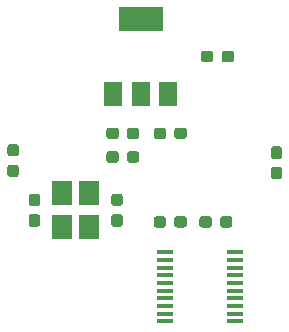
<source format=gbr>
G04 #@! TF.GenerationSoftware,KiCad,Pcbnew,5.1.2-1.fc30*
G04 #@! TF.CreationDate,2019-06-09T13:39:02+09:00*
G04 #@! TF.ProjectId,driver,64726976-6572-42e6-9b69-6361645f7063,rev?*
G04 #@! TF.SameCoordinates,Original*
G04 #@! TF.FileFunction,Paste,Top*
G04 #@! TF.FilePolarity,Positive*
%FSLAX46Y46*%
G04 Gerber Fmt 4.6, Leading zero omitted, Abs format (unit mm)*
G04 Created by KiCad (PCBNEW 5.1.2-1.fc30) date 2019-06-09 13:39:02*
%MOMM*%
%LPD*%
G04 APERTURE LIST*
%ADD10C,0.100000*%
%ADD11C,0.950000*%
%ADD12R,1.800000X2.100000*%
%ADD13R,1.450000X0.450000*%
%ADD14R,1.500000X2.000000*%
%ADD15R,3.800000X2.000000*%
G04 APERTURE END LIST*
D10*
G36*
X156760779Y-69351144D02*
G01*
X156783834Y-69354563D01*
X156806443Y-69360227D01*
X156828387Y-69368079D01*
X156849457Y-69378044D01*
X156869448Y-69390026D01*
X156888168Y-69403910D01*
X156905438Y-69419562D01*
X156921090Y-69436832D01*
X156934974Y-69455552D01*
X156946956Y-69475543D01*
X156956921Y-69496613D01*
X156964773Y-69518557D01*
X156970437Y-69541166D01*
X156973856Y-69564221D01*
X156975000Y-69587500D01*
X156975000Y-70162500D01*
X156973856Y-70185779D01*
X156970437Y-70208834D01*
X156964773Y-70231443D01*
X156956921Y-70253387D01*
X156946956Y-70274457D01*
X156934974Y-70294448D01*
X156921090Y-70313168D01*
X156905438Y-70330438D01*
X156888168Y-70346090D01*
X156869448Y-70359974D01*
X156849457Y-70371956D01*
X156828387Y-70381921D01*
X156806443Y-70389773D01*
X156783834Y-70395437D01*
X156760779Y-70398856D01*
X156737500Y-70400000D01*
X156262500Y-70400000D01*
X156239221Y-70398856D01*
X156216166Y-70395437D01*
X156193557Y-70389773D01*
X156171613Y-70381921D01*
X156150543Y-70371956D01*
X156130552Y-70359974D01*
X156111832Y-70346090D01*
X156094562Y-70330438D01*
X156078910Y-70313168D01*
X156065026Y-70294448D01*
X156053044Y-70274457D01*
X156043079Y-70253387D01*
X156035227Y-70231443D01*
X156029563Y-70208834D01*
X156026144Y-70185779D01*
X156025000Y-70162500D01*
X156025000Y-69587500D01*
X156026144Y-69564221D01*
X156029563Y-69541166D01*
X156035227Y-69518557D01*
X156043079Y-69496613D01*
X156053044Y-69475543D01*
X156065026Y-69455552D01*
X156078910Y-69436832D01*
X156094562Y-69419562D01*
X156111832Y-69403910D01*
X156130552Y-69390026D01*
X156150543Y-69378044D01*
X156171613Y-69368079D01*
X156193557Y-69360227D01*
X156216166Y-69354563D01*
X156239221Y-69351144D01*
X156262500Y-69350000D01*
X156737500Y-69350000D01*
X156760779Y-69351144D01*
X156760779Y-69351144D01*
G37*
D11*
X156500000Y-69875000D03*
D10*
G36*
X156760779Y-67601144D02*
G01*
X156783834Y-67604563D01*
X156806443Y-67610227D01*
X156828387Y-67618079D01*
X156849457Y-67628044D01*
X156869448Y-67640026D01*
X156888168Y-67653910D01*
X156905438Y-67669562D01*
X156921090Y-67686832D01*
X156934974Y-67705552D01*
X156946956Y-67725543D01*
X156956921Y-67746613D01*
X156964773Y-67768557D01*
X156970437Y-67791166D01*
X156973856Y-67814221D01*
X156975000Y-67837500D01*
X156975000Y-68412500D01*
X156973856Y-68435779D01*
X156970437Y-68458834D01*
X156964773Y-68481443D01*
X156956921Y-68503387D01*
X156946956Y-68524457D01*
X156934974Y-68544448D01*
X156921090Y-68563168D01*
X156905438Y-68580438D01*
X156888168Y-68596090D01*
X156869448Y-68609974D01*
X156849457Y-68621956D01*
X156828387Y-68631921D01*
X156806443Y-68639773D01*
X156783834Y-68645437D01*
X156760779Y-68648856D01*
X156737500Y-68650000D01*
X156262500Y-68650000D01*
X156239221Y-68648856D01*
X156216166Y-68645437D01*
X156193557Y-68639773D01*
X156171613Y-68631921D01*
X156150543Y-68621956D01*
X156130552Y-68609974D01*
X156111832Y-68596090D01*
X156094562Y-68580438D01*
X156078910Y-68563168D01*
X156065026Y-68544448D01*
X156053044Y-68524457D01*
X156043079Y-68503387D01*
X156035227Y-68481443D01*
X156029563Y-68458834D01*
X156026144Y-68435779D01*
X156025000Y-68412500D01*
X156025000Y-67837500D01*
X156026144Y-67814221D01*
X156029563Y-67791166D01*
X156035227Y-67768557D01*
X156043079Y-67746613D01*
X156053044Y-67725543D01*
X156065026Y-67705552D01*
X156078910Y-67686832D01*
X156094562Y-67669562D01*
X156111832Y-67653910D01*
X156130552Y-67640026D01*
X156150543Y-67628044D01*
X156171613Y-67618079D01*
X156193557Y-67610227D01*
X156216166Y-67604563D01*
X156239221Y-67601144D01*
X156262500Y-67600000D01*
X156737500Y-67600000D01*
X156760779Y-67601144D01*
X156760779Y-67601144D01*
G37*
D11*
X156500000Y-68125000D03*
D10*
G36*
X134460779Y-69151144D02*
G01*
X134483834Y-69154563D01*
X134506443Y-69160227D01*
X134528387Y-69168079D01*
X134549457Y-69178044D01*
X134569448Y-69190026D01*
X134588168Y-69203910D01*
X134605438Y-69219562D01*
X134621090Y-69236832D01*
X134634974Y-69255552D01*
X134646956Y-69275543D01*
X134656921Y-69296613D01*
X134664773Y-69318557D01*
X134670437Y-69341166D01*
X134673856Y-69364221D01*
X134675000Y-69387500D01*
X134675000Y-69962500D01*
X134673856Y-69985779D01*
X134670437Y-70008834D01*
X134664773Y-70031443D01*
X134656921Y-70053387D01*
X134646956Y-70074457D01*
X134634974Y-70094448D01*
X134621090Y-70113168D01*
X134605438Y-70130438D01*
X134588168Y-70146090D01*
X134569448Y-70159974D01*
X134549457Y-70171956D01*
X134528387Y-70181921D01*
X134506443Y-70189773D01*
X134483834Y-70195437D01*
X134460779Y-70198856D01*
X134437500Y-70200000D01*
X133962500Y-70200000D01*
X133939221Y-70198856D01*
X133916166Y-70195437D01*
X133893557Y-70189773D01*
X133871613Y-70181921D01*
X133850543Y-70171956D01*
X133830552Y-70159974D01*
X133811832Y-70146090D01*
X133794562Y-70130438D01*
X133778910Y-70113168D01*
X133765026Y-70094448D01*
X133753044Y-70074457D01*
X133743079Y-70053387D01*
X133735227Y-70031443D01*
X133729563Y-70008834D01*
X133726144Y-69985779D01*
X133725000Y-69962500D01*
X133725000Y-69387500D01*
X133726144Y-69364221D01*
X133729563Y-69341166D01*
X133735227Y-69318557D01*
X133743079Y-69296613D01*
X133753044Y-69275543D01*
X133765026Y-69255552D01*
X133778910Y-69236832D01*
X133794562Y-69219562D01*
X133811832Y-69203910D01*
X133830552Y-69190026D01*
X133850543Y-69178044D01*
X133871613Y-69168079D01*
X133893557Y-69160227D01*
X133916166Y-69154563D01*
X133939221Y-69151144D01*
X133962500Y-69150000D01*
X134437500Y-69150000D01*
X134460779Y-69151144D01*
X134460779Y-69151144D01*
G37*
D11*
X134200000Y-69675000D03*
D10*
G36*
X134460779Y-67401144D02*
G01*
X134483834Y-67404563D01*
X134506443Y-67410227D01*
X134528387Y-67418079D01*
X134549457Y-67428044D01*
X134569448Y-67440026D01*
X134588168Y-67453910D01*
X134605438Y-67469562D01*
X134621090Y-67486832D01*
X134634974Y-67505552D01*
X134646956Y-67525543D01*
X134656921Y-67546613D01*
X134664773Y-67568557D01*
X134670437Y-67591166D01*
X134673856Y-67614221D01*
X134675000Y-67637500D01*
X134675000Y-68212500D01*
X134673856Y-68235779D01*
X134670437Y-68258834D01*
X134664773Y-68281443D01*
X134656921Y-68303387D01*
X134646956Y-68324457D01*
X134634974Y-68344448D01*
X134621090Y-68363168D01*
X134605438Y-68380438D01*
X134588168Y-68396090D01*
X134569448Y-68409974D01*
X134549457Y-68421956D01*
X134528387Y-68431921D01*
X134506443Y-68439773D01*
X134483834Y-68445437D01*
X134460779Y-68448856D01*
X134437500Y-68450000D01*
X133962500Y-68450000D01*
X133939221Y-68448856D01*
X133916166Y-68445437D01*
X133893557Y-68439773D01*
X133871613Y-68431921D01*
X133850543Y-68421956D01*
X133830552Y-68409974D01*
X133811832Y-68396090D01*
X133794562Y-68380438D01*
X133778910Y-68363168D01*
X133765026Y-68344448D01*
X133753044Y-68324457D01*
X133743079Y-68303387D01*
X133735227Y-68281443D01*
X133729563Y-68258834D01*
X133726144Y-68235779D01*
X133725000Y-68212500D01*
X133725000Y-67637500D01*
X133726144Y-67614221D01*
X133729563Y-67591166D01*
X133735227Y-67568557D01*
X133743079Y-67546613D01*
X133753044Y-67525543D01*
X133765026Y-67505552D01*
X133778910Y-67486832D01*
X133794562Y-67469562D01*
X133811832Y-67453910D01*
X133830552Y-67440026D01*
X133850543Y-67428044D01*
X133871613Y-67418079D01*
X133893557Y-67410227D01*
X133916166Y-67404563D01*
X133939221Y-67401144D01*
X133962500Y-67400000D01*
X134437500Y-67400000D01*
X134460779Y-67401144D01*
X134460779Y-67401144D01*
G37*
D11*
X134200000Y-67925000D03*
D12*
X138350000Y-74450000D03*
X138350000Y-71550000D03*
X140650000Y-71550000D03*
X140650000Y-74450000D03*
D13*
X152950000Y-76575000D03*
X152950000Y-77225000D03*
X152950000Y-77875000D03*
X152950000Y-78525000D03*
X152950000Y-79175000D03*
X152950000Y-79825000D03*
X152950000Y-80475000D03*
X152950000Y-81125000D03*
X152950000Y-81775000D03*
X152950000Y-82425000D03*
X147050000Y-82425000D03*
X147050000Y-81775000D03*
X147050000Y-81125000D03*
X147050000Y-80475000D03*
X147050000Y-79825000D03*
X147050000Y-79175000D03*
X147050000Y-78525000D03*
X147050000Y-77875000D03*
X147050000Y-77225000D03*
X147050000Y-76575000D03*
D14*
X142700000Y-63150000D03*
X147300000Y-63150000D03*
X145000000Y-63150000D03*
D15*
X145000000Y-56850000D03*
D10*
G36*
X148685779Y-73526144D02*
G01*
X148708834Y-73529563D01*
X148731443Y-73535227D01*
X148753387Y-73543079D01*
X148774457Y-73553044D01*
X148794448Y-73565026D01*
X148813168Y-73578910D01*
X148830438Y-73594562D01*
X148846090Y-73611832D01*
X148859974Y-73630552D01*
X148871956Y-73650543D01*
X148881921Y-73671613D01*
X148889773Y-73693557D01*
X148895437Y-73716166D01*
X148898856Y-73739221D01*
X148900000Y-73762500D01*
X148900000Y-74237500D01*
X148898856Y-74260779D01*
X148895437Y-74283834D01*
X148889773Y-74306443D01*
X148881921Y-74328387D01*
X148871956Y-74349457D01*
X148859974Y-74369448D01*
X148846090Y-74388168D01*
X148830438Y-74405438D01*
X148813168Y-74421090D01*
X148794448Y-74434974D01*
X148774457Y-74446956D01*
X148753387Y-74456921D01*
X148731443Y-74464773D01*
X148708834Y-74470437D01*
X148685779Y-74473856D01*
X148662500Y-74475000D01*
X148087500Y-74475000D01*
X148064221Y-74473856D01*
X148041166Y-74470437D01*
X148018557Y-74464773D01*
X147996613Y-74456921D01*
X147975543Y-74446956D01*
X147955552Y-74434974D01*
X147936832Y-74421090D01*
X147919562Y-74405438D01*
X147903910Y-74388168D01*
X147890026Y-74369448D01*
X147878044Y-74349457D01*
X147868079Y-74328387D01*
X147860227Y-74306443D01*
X147854563Y-74283834D01*
X147851144Y-74260779D01*
X147850000Y-74237500D01*
X147850000Y-73762500D01*
X147851144Y-73739221D01*
X147854563Y-73716166D01*
X147860227Y-73693557D01*
X147868079Y-73671613D01*
X147878044Y-73650543D01*
X147890026Y-73630552D01*
X147903910Y-73611832D01*
X147919562Y-73594562D01*
X147936832Y-73578910D01*
X147955552Y-73565026D01*
X147975543Y-73553044D01*
X147996613Y-73543079D01*
X148018557Y-73535227D01*
X148041166Y-73529563D01*
X148064221Y-73526144D01*
X148087500Y-73525000D01*
X148662500Y-73525000D01*
X148685779Y-73526144D01*
X148685779Y-73526144D01*
G37*
D11*
X148375000Y-74000000D03*
D10*
G36*
X146935779Y-73526144D02*
G01*
X146958834Y-73529563D01*
X146981443Y-73535227D01*
X147003387Y-73543079D01*
X147024457Y-73553044D01*
X147044448Y-73565026D01*
X147063168Y-73578910D01*
X147080438Y-73594562D01*
X147096090Y-73611832D01*
X147109974Y-73630552D01*
X147121956Y-73650543D01*
X147131921Y-73671613D01*
X147139773Y-73693557D01*
X147145437Y-73716166D01*
X147148856Y-73739221D01*
X147150000Y-73762500D01*
X147150000Y-74237500D01*
X147148856Y-74260779D01*
X147145437Y-74283834D01*
X147139773Y-74306443D01*
X147131921Y-74328387D01*
X147121956Y-74349457D01*
X147109974Y-74369448D01*
X147096090Y-74388168D01*
X147080438Y-74405438D01*
X147063168Y-74421090D01*
X147044448Y-74434974D01*
X147024457Y-74446956D01*
X147003387Y-74456921D01*
X146981443Y-74464773D01*
X146958834Y-74470437D01*
X146935779Y-74473856D01*
X146912500Y-74475000D01*
X146337500Y-74475000D01*
X146314221Y-74473856D01*
X146291166Y-74470437D01*
X146268557Y-74464773D01*
X146246613Y-74456921D01*
X146225543Y-74446956D01*
X146205552Y-74434974D01*
X146186832Y-74421090D01*
X146169562Y-74405438D01*
X146153910Y-74388168D01*
X146140026Y-74369448D01*
X146128044Y-74349457D01*
X146118079Y-74328387D01*
X146110227Y-74306443D01*
X146104563Y-74283834D01*
X146101144Y-74260779D01*
X146100000Y-74237500D01*
X146100000Y-73762500D01*
X146101144Y-73739221D01*
X146104563Y-73716166D01*
X146110227Y-73693557D01*
X146118079Y-73671613D01*
X146128044Y-73650543D01*
X146140026Y-73630552D01*
X146153910Y-73611832D01*
X146169562Y-73594562D01*
X146186832Y-73578910D01*
X146205552Y-73565026D01*
X146225543Y-73553044D01*
X146246613Y-73543079D01*
X146268557Y-73535227D01*
X146291166Y-73529563D01*
X146314221Y-73526144D01*
X146337500Y-73525000D01*
X146912500Y-73525000D01*
X146935779Y-73526144D01*
X146935779Y-73526144D01*
G37*
D11*
X146625000Y-74000000D03*
D10*
G36*
X150935779Y-59526144D02*
G01*
X150958834Y-59529563D01*
X150981443Y-59535227D01*
X151003387Y-59543079D01*
X151024457Y-59553044D01*
X151044448Y-59565026D01*
X151063168Y-59578910D01*
X151080438Y-59594562D01*
X151096090Y-59611832D01*
X151109974Y-59630552D01*
X151121956Y-59650543D01*
X151131921Y-59671613D01*
X151139773Y-59693557D01*
X151145437Y-59716166D01*
X151148856Y-59739221D01*
X151150000Y-59762500D01*
X151150000Y-60237500D01*
X151148856Y-60260779D01*
X151145437Y-60283834D01*
X151139773Y-60306443D01*
X151131921Y-60328387D01*
X151121956Y-60349457D01*
X151109974Y-60369448D01*
X151096090Y-60388168D01*
X151080438Y-60405438D01*
X151063168Y-60421090D01*
X151044448Y-60434974D01*
X151024457Y-60446956D01*
X151003387Y-60456921D01*
X150981443Y-60464773D01*
X150958834Y-60470437D01*
X150935779Y-60473856D01*
X150912500Y-60475000D01*
X150337500Y-60475000D01*
X150314221Y-60473856D01*
X150291166Y-60470437D01*
X150268557Y-60464773D01*
X150246613Y-60456921D01*
X150225543Y-60446956D01*
X150205552Y-60434974D01*
X150186832Y-60421090D01*
X150169562Y-60405438D01*
X150153910Y-60388168D01*
X150140026Y-60369448D01*
X150128044Y-60349457D01*
X150118079Y-60328387D01*
X150110227Y-60306443D01*
X150104563Y-60283834D01*
X150101144Y-60260779D01*
X150100000Y-60237500D01*
X150100000Y-59762500D01*
X150101144Y-59739221D01*
X150104563Y-59716166D01*
X150110227Y-59693557D01*
X150118079Y-59671613D01*
X150128044Y-59650543D01*
X150140026Y-59630552D01*
X150153910Y-59611832D01*
X150169562Y-59594562D01*
X150186832Y-59578910D01*
X150205552Y-59565026D01*
X150225543Y-59553044D01*
X150246613Y-59543079D01*
X150268557Y-59535227D01*
X150291166Y-59529563D01*
X150314221Y-59526144D01*
X150337500Y-59525000D01*
X150912500Y-59525000D01*
X150935779Y-59526144D01*
X150935779Y-59526144D01*
G37*
D11*
X150625000Y-60000000D03*
D10*
G36*
X152685779Y-59526144D02*
G01*
X152708834Y-59529563D01*
X152731443Y-59535227D01*
X152753387Y-59543079D01*
X152774457Y-59553044D01*
X152794448Y-59565026D01*
X152813168Y-59578910D01*
X152830438Y-59594562D01*
X152846090Y-59611832D01*
X152859974Y-59630552D01*
X152871956Y-59650543D01*
X152881921Y-59671613D01*
X152889773Y-59693557D01*
X152895437Y-59716166D01*
X152898856Y-59739221D01*
X152900000Y-59762500D01*
X152900000Y-60237500D01*
X152898856Y-60260779D01*
X152895437Y-60283834D01*
X152889773Y-60306443D01*
X152881921Y-60328387D01*
X152871956Y-60349457D01*
X152859974Y-60369448D01*
X152846090Y-60388168D01*
X152830438Y-60405438D01*
X152813168Y-60421090D01*
X152794448Y-60434974D01*
X152774457Y-60446956D01*
X152753387Y-60456921D01*
X152731443Y-60464773D01*
X152708834Y-60470437D01*
X152685779Y-60473856D01*
X152662500Y-60475000D01*
X152087500Y-60475000D01*
X152064221Y-60473856D01*
X152041166Y-60470437D01*
X152018557Y-60464773D01*
X151996613Y-60456921D01*
X151975543Y-60446956D01*
X151955552Y-60434974D01*
X151936832Y-60421090D01*
X151919562Y-60405438D01*
X151903910Y-60388168D01*
X151890026Y-60369448D01*
X151878044Y-60349457D01*
X151868079Y-60328387D01*
X151860227Y-60306443D01*
X151854563Y-60283834D01*
X151851144Y-60260779D01*
X151850000Y-60237500D01*
X151850000Y-59762500D01*
X151851144Y-59739221D01*
X151854563Y-59716166D01*
X151860227Y-59693557D01*
X151868079Y-59671613D01*
X151878044Y-59650543D01*
X151890026Y-59630552D01*
X151903910Y-59611832D01*
X151919562Y-59594562D01*
X151936832Y-59578910D01*
X151955552Y-59565026D01*
X151975543Y-59553044D01*
X151996613Y-59543079D01*
X152018557Y-59535227D01*
X152041166Y-59529563D01*
X152064221Y-59526144D01*
X152087500Y-59525000D01*
X152662500Y-59525000D01*
X152685779Y-59526144D01*
X152685779Y-59526144D01*
G37*
D11*
X152375000Y-60000000D03*
D10*
G36*
X143260779Y-71601144D02*
G01*
X143283834Y-71604563D01*
X143306443Y-71610227D01*
X143328387Y-71618079D01*
X143349457Y-71628044D01*
X143369448Y-71640026D01*
X143388168Y-71653910D01*
X143405438Y-71669562D01*
X143421090Y-71686832D01*
X143434974Y-71705552D01*
X143446956Y-71725543D01*
X143456921Y-71746613D01*
X143464773Y-71768557D01*
X143470437Y-71791166D01*
X143473856Y-71814221D01*
X143475000Y-71837500D01*
X143475000Y-72412500D01*
X143473856Y-72435779D01*
X143470437Y-72458834D01*
X143464773Y-72481443D01*
X143456921Y-72503387D01*
X143446956Y-72524457D01*
X143434974Y-72544448D01*
X143421090Y-72563168D01*
X143405438Y-72580438D01*
X143388168Y-72596090D01*
X143369448Y-72609974D01*
X143349457Y-72621956D01*
X143328387Y-72631921D01*
X143306443Y-72639773D01*
X143283834Y-72645437D01*
X143260779Y-72648856D01*
X143237500Y-72650000D01*
X142762500Y-72650000D01*
X142739221Y-72648856D01*
X142716166Y-72645437D01*
X142693557Y-72639773D01*
X142671613Y-72631921D01*
X142650543Y-72621956D01*
X142630552Y-72609974D01*
X142611832Y-72596090D01*
X142594562Y-72580438D01*
X142578910Y-72563168D01*
X142565026Y-72544448D01*
X142553044Y-72524457D01*
X142543079Y-72503387D01*
X142535227Y-72481443D01*
X142529563Y-72458834D01*
X142526144Y-72435779D01*
X142525000Y-72412500D01*
X142525000Y-71837500D01*
X142526144Y-71814221D01*
X142529563Y-71791166D01*
X142535227Y-71768557D01*
X142543079Y-71746613D01*
X142553044Y-71725543D01*
X142565026Y-71705552D01*
X142578910Y-71686832D01*
X142594562Y-71669562D01*
X142611832Y-71653910D01*
X142630552Y-71640026D01*
X142650543Y-71628044D01*
X142671613Y-71618079D01*
X142693557Y-71610227D01*
X142716166Y-71604563D01*
X142739221Y-71601144D01*
X142762500Y-71600000D01*
X143237500Y-71600000D01*
X143260779Y-71601144D01*
X143260779Y-71601144D01*
G37*
D11*
X143000000Y-72125000D03*
D10*
G36*
X143260779Y-73351144D02*
G01*
X143283834Y-73354563D01*
X143306443Y-73360227D01*
X143328387Y-73368079D01*
X143349457Y-73378044D01*
X143369448Y-73390026D01*
X143388168Y-73403910D01*
X143405438Y-73419562D01*
X143421090Y-73436832D01*
X143434974Y-73455552D01*
X143446956Y-73475543D01*
X143456921Y-73496613D01*
X143464773Y-73518557D01*
X143470437Y-73541166D01*
X143473856Y-73564221D01*
X143475000Y-73587500D01*
X143475000Y-74162500D01*
X143473856Y-74185779D01*
X143470437Y-74208834D01*
X143464773Y-74231443D01*
X143456921Y-74253387D01*
X143446956Y-74274457D01*
X143434974Y-74294448D01*
X143421090Y-74313168D01*
X143405438Y-74330438D01*
X143388168Y-74346090D01*
X143369448Y-74359974D01*
X143349457Y-74371956D01*
X143328387Y-74381921D01*
X143306443Y-74389773D01*
X143283834Y-74395437D01*
X143260779Y-74398856D01*
X143237500Y-74400000D01*
X142762500Y-74400000D01*
X142739221Y-74398856D01*
X142716166Y-74395437D01*
X142693557Y-74389773D01*
X142671613Y-74381921D01*
X142650543Y-74371956D01*
X142630552Y-74359974D01*
X142611832Y-74346090D01*
X142594562Y-74330438D01*
X142578910Y-74313168D01*
X142565026Y-74294448D01*
X142553044Y-74274457D01*
X142543079Y-74253387D01*
X142535227Y-74231443D01*
X142529563Y-74208834D01*
X142526144Y-74185779D01*
X142525000Y-74162500D01*
X142525000Y-73587500D01*
X142526144Y-73564221D01*
X142529563Y-73541166D01*
X142535227Y-73518557D01*
X142543079Y-73496613D01*
X142553044Y-73475543D01*
X142565026Y-73455552D01*
X142578910Y-73436832D01*
X142594562Y-73419562D01*
X142611832Y-73403910D01*
X142630552Y-73390026D01*
X142650543Y-73378044D01*
X142671613Y-73368079D01*
X142693557Y-73360227D01*
X142716166Y-73354563D01*
X142739221Y-73351144D01*
X142762500Y-73350000D01*
X143237500Y-73350000D01*
X143260779Y-73351144D01*
X143260779Y-73351144D01*
G37*
D11*
X143000000Y-73875000D03*
D10*
G36*
X136260779Y-71601144D02*
G01*
X136283834Y-71604563D01*
X136306443Y-71610227D01*
X136328387Y-71618079D01*
X136349457Y-71628044D01*
X136369448Y-71640026D01*
X136388168Y-71653910D01*
X136405438Y-71669562D01*
X136421090Y-71686832D01*
X136434974Y-71705552D01*
X136446956Y-71725543D01*
X136456921Y-71746613D01*
X136464773Y-71768557D01*
X136470437Y-71791166D01*
X136473856Y-71814221D01*
X136475000Y-71837500D01*
X136475000Y-72412500D01*
X136473856Y-72435779D01*
X136470437Y-72458834D01*
X136464773Y-72481443D01*
X136456921Y-72503387D01*
X136446956Y-72524457D01*
X136434974Y-72544448D01*
X136421090Y-72563168D01*
X136405438Y-72580438D01*
X136388168Y-72596090D01*
X136369448Y-72609974D01*
X136349457Y-72621956D01*
X136328387Y-72631921D01*
X136306443Y-72639773D01*
X136283834Y-72645437D01*
X136260779Y-72648856D01*
X136237500Y-72650000D01*
X135762500Y-72650000D01*
X135739221Y-72648856D01*
X135716166Y-72645437D01*
X135693557Y-72639773D01*
X135671613Y-72631921D01*
X135650543Y-72621956D01*
X135630552Y-72609974D01*
X135611832Y-72596090D01*
X135594562Y-72580438D01*
X135578910Y-72563168D01*
X135565026Y-72544448D01*
X135553044Y-72524457D01*
X135543079Y-72503387D01*
X135535227Y-72481443D01*
X135529563Y-72458834D01*
X135526144Y-72435779D01*
X135525000Y-72412500D01*
X135525000Y-71837500D01*
X135526144Y-71814221D01*
X135529563Y-71791166D01*
X135535227Y-71768557D01*
X135543079Y-71746613D01*
X135553044Y-71725543D01*
X135565026Y-71705552D01*
X135578910Y-71686832D01*
X135594562Y-71669562D01*
X135611832Y-71653910D01*
X135630552Y-71640026D01*
X135650543Y-71628044D01*
X135671613Y-71618079D01*
X135693557Y-71610227D01*
X135716166Y-71604563D01*
X135739221Y-71601144D01*
X135762500Y-71600000D01*
X136237500Y-71600000D01*
X136260779Y-71601144D01*
X136260779Y-71601144D01*
G37*
D11*
X136000000Y-72125000D03*
D10*
G36*
X136260779Y-73351144D02*
G01*
X136283834Y-73354563D01*
X136306443Y-73360227D01*
X136328387Y-73368079D01*
X136349457Y-73378044D01*
X136369448Y-73390026D01*
X136388168Y-73403910D01*
X136405438Y-73419562D01*
X136421090Y-73436832D01*
X136434974Y-73455552D01*
X136446956Y-73475543D01*
X136456921Y-73496613D01*
X136464773Y-73518557D01*
X136470437Y-73541166D01*
X136473856Y-73564221D01*
X136475000Y-73587500D01*
X136475000Y-74162500D01*
X136473856Y-74185779D01*
X136470437Y-74208834D01*
X136464773Y-74231443D01*
X136456921Y-74253387D01*
X136446956Y-74274457D01*
X136434974Y-74294448D01*
X136421090Y-74313168D01*
X136405438Y-74330438D01*
X136388168Y-74346090D01*
X136369448Y-74359974D01*
X136349457Y-74371956D01*
X136328387Y-74381921D01*
X136306443Y-74389773D01*
X136283834Y-74395437D01*
X136260779Y-74398856D01*
X136237500Y-74400000D01*
X135762500Y-74400000D01*
X135739221Y-74398856D01*
X135716166Y-74395437D01*
X135693557Y-74389773D01*
X135671613Y-74381921D01*
X135650543Y-74371956D01*
X135630552Y-74359974D01*
X135611832Y-74346090D01*
X135594562Y-74330438D01*
X135578910Y-74313168D01*
X135565026Y-74294448D01*
X135553044Y-74274457D01*
X135543079Y-74253387D01*
X135535227Y-74231443D01*
X135529563Y-74208834D01*
X135526144Y-74185779D01*
X135525000Y-74162500D01*
X135525000Y-73587500D01*
X135526144Y-73564221D01*
X135529563Y-73541166D01*
X135535227Y-73518557D01*
X135543079Y-73496613D01*
X135553044Y-73475543D01*
X135565026Y-73455552D01*
X135578910Y-73436832D01*
X135594562Y-73419562D01*
X135611832Y-73403910D01*
X135630552Y-73390026D01*
X135650543Y-73378044D01*
X135671613Y-73368079D01*
X135693557Y-73360227D01*
X135716166Y-73354563D01*
X135739221Y-73351144D01*
X135762500Y-73350000D01*
X136237500Y-73350000D01*
X136260779Y-73351144D01*
X136260779Y-73351144D01*
G37*
D11*
X136000000Y-73875000D03*
D10*
G36*
X142935779Y-66026144D02*
G01*
X142958834Y-66029563D01*
X142981443Y-66035227D01*
X143003387Y-66043079D01*
X143024457Y-66053044D01*
X143044448Y-66065026D01*
X143063168Y-66078910D01*
X143080438Y-66094562D01*
X143096090Y-66111832D01*
X143109974Y-66130552D01*
X143121956Y-66150543D01*
X143131921Y-66171613D01*
X143139773Y-66193557D01*
X143145437Y-66216166D01*
X143148856Y-66239221D01*
X143150000Y-66262500D01*
X143150000Y-66737500D01*
X143148856Y-66760779D01*
X143145437Y-66783834D01*
X143139773Y-66806443D01*
X143131921Y-66828387D01*
X143121956Y-66849457D01*
X143109974Y-66869448D01*
X143096090Y-66888168D01*
X143080438Y-66905438D01*
X143063168Y-66921090D01*
X143044448Y-66934974D01*
X143024457Y-66946956D01*
X143003387Y-66956921D01*
X142981443Y-66964773D01*
X142958834Y-66970437D01*
X142935779Y-66973856D01*
X142912500Y-66975000D01*
X142337500Y-66975000D01*
X142314221Y-66973856D01*
X142291166Y-66970437D01*
X142268557Y-66964773D01*
X142246613Y-66956921D01*
X142225543Y-66946956D01*
X142205552Y-66934974D01*
X142186832Y-66921090D01*
X142169562Y-66905438D01*
X142153910Y-66888168D01*
X142140026Y-66869448D01*
X142128044Y-66849457D01*
X142118079Y-66828387D01*
X142110227Y-66806443D01*
X142104563Y-66783834D01*
X142101144Y-66760779D01*
X142100000Y-66737500D01*
X142100000Y-66262500D01*
X142101144Y-66239221D01*
X142104563Y-66216166D01*
X142110227Y-66193557D01*
X142118079Y-66171613D01*
X142128044Y-66150543D01*
X142140026Y-66130552D01*
X142153910Y-66111832D01*
X142169562Y-66094562D01*
X142186832Y-66078910D01*
X142205552Y-66065026D01*
X142225543Y-66053044D01*
X142246613Y-66043079D01*
X142268557Y-66035227D01*
X142291166Y-66029563D01*
X142314221Y-66026144D01*
X142337500Y-66025000D01*
X142912500Y-66025000D01*
X142935779Y-66026144D01*
X142935779Y-66026144D01*
G37*
D11*
X142625000Y-66500000D03*
D10*
G36*
X144685779Y-66026144D02*
G01*
X144708834Y-66029563D01*
X144731443Y-66035227D01*
X144753387Y-66043079D01*
X144774457Y-66053044D01*
X144794448Y-66065026D01*
X144813168Y-66078910D01*
X144830438Y-66094562D01*
X144846090Y-66111832D01*
X144859974Y-66130552D01*
X144871956Y-66150543D01*
X144881921Y-66171613D01*
X144889773Y-66193557D01*
X144895437Y-66216166D01*
X144898856Y-66239221D01*
X144900000Y-66262500D01*
X144900000Y-66737500D01*
X144898856Y-66760779D01*
X144895437Y-66783834D01*
X144889773Y-66806443D01*
X144881921Y-66828387D01*
X144871956Y-66849457D01*
X144859974Y-66869448D01*
X144846090Y-66888168D01*
X144830438Y-66905438D01*
X144813168Y-66921090D01*
X144794448Y-66934974D01*
X144774457Y-66946956D01*
X144753387Y-66956921D01*
X144731443Y-66964773D01*
X144708834Y-66970437D01*
X144685779Y-66973856D01*
X144662500Y-66975000D01*
X144087500Y-66975000D01*
X144064221Y-66973856D01*
X144041166Y-66970437D01*
X144018557Y-66964773D01*
X143996613Y-66956921D01*
X143975543Y-66946956D01*
X143955552Y-66934974D01*
X143936832Y-66921090D01*
X143919562Y-66905438D01*
X143903910Y-66888168D01*
X143890026Y-66869448D01*
X143878044Y-66849457D01*
X143868079Y-66828387D01*
X143860227Y-66806443D01*
X143854563Y-66783834D01*
X143851144Y-66760779D01*
X143850000Y-66737500D01*
X143850000Y-66262500D01*
X143851144Y-66239221D01*
X143854563Y-66216166D01*
X143860227Y-66193557D01*
X143868079Y-66171613D01*
X143878044Y-66150543D01*
X143890026Y-66130552D01*
X143903910Y-66111832D01*
X143919562Y-66094562D01*
X143936832Y-66078910D01*
X143955552Y-66065026D01*
X143975543Y-66053044D01*
X143996613Y-66043079D01*
X144018557Y-66035227D01*
X144041166Y-66029563D01*
X144064221Y-66026144D01*
X144087500Y-66025000D01*
X144662500Y-66025000D01*
X144685779Y-66026144D01*
X144685779Y-66026144D01*
G37*
D11*
X144375000Y-66500000D03*
D10*
G36*
X142935779Y-68026144D02*
G01*
X142958834Y-68029563D01*
X142981443Y-68035227D01*
X143003387Y-68043079D01*
X143024457Y-68053044D01*
X143044448Y-68065026D01*
X143063168Y-68078910D01*
X143080438Y-68094562D01*
X143096090Y-68111832D01*
X143109974Y-68130552D01*
X143121956Y-68150543D01*
X143131921Y-68171613D01*
X143139773Y-68193557D01*
X143145437Y-68216166D01*
X143148856Y-68239221D01*
X143150000Y-68262500D01*
X143150000Y-68737500D01*
X143148856Y-68760779D01*
X143145437Y-68783834D01*
X143139773Y-68806443D01*
X143131921Y-68828387D01*
X143121956Y-68849457D01*
X143109974Y-68869448D01*
X143096090Y-68888168D01*
X143080438Y-68905438D01*
X143063168Y-68921090D01*
X143044448Y-68934974D01*
X143024457Y-68946956D01*
X143003387Y-68956921D01*
X142981443Y-68964773D01*
X142958834Y-68970437D01*
X142935779Y-68973856D01*
X142912500Y-68975000D01*
X142337500Y-68975000D01*
X142314221Y-68973856D01*
X142291166Y-68970437D01*
X142268557Y-68964773D01*
X142246613Y-68956921D01*
X142225543Y-68946956D01*
X142205552Y-68934974D01*
X142186832Y-68921090D01*
X142169562Y-68905438D01*
X142153910Y-68888168D01*
X142140026Y-68869448D01*
X142128044Y-68849457D01*
X142118079Y-68828387D01*
X142110227Y-68806443D01*
X142104563Y-68783834D01*
X142101144Y-68760779D01*
X142100000Y-68737500D01*
X142100000Y-68262500D01*
X142101144Y-68239221D01*
X142104563Y-68216166D01*
X142110227Y-68193557D01*
X142118079Y-68171613D01*
X142128044Y-68150543D01*
X142140026Y-68130552D01*
X142153910Y-68111832D01*
X142169562Y-68094562D01*
X142186832Y-68078910D01*
X142205552Y-68065026D01*
X142225543Y-68053044D01*
X142246613Y-68043079D01*
X142268557Y-68035227D01*
X142291166Y-68029563D01*
X142314221Y-68026144D01*
X142337500Y-68025000D01*
X142912500Y-68025000D01*
X142935779Y-68026144D01*
X142935779Y-68026144D01*
G37*
D11*
X142625000Y-68500000D03*
D10*
G36*
X144685779Y-68026144D02*
G01*
X144708834Y-68029563D01*
X144731443Y-68035227D01*
X144753387Y-68043079D01*
X144774457Y-68053044D01*
X144794448Y-68065026D01*
X144813168Y-68078910D01*
X144830438Y-68094562D01*
X144846090Y-68111832D01*
X144859974Y-68130552D01*
X144871956Y-68150543D01*
X144881921Y-68171613D01*
X144889773Y-68193557D01*
X144895437Y-68216166D01*
X144898856Y-68239221D01*
X144900000Y-68262500D01*
X144900000Y-68737500D01*
X144898856Y-68760779D01*
X144895437Y-68783834D01*
X144889773Y-68806443D01*
X144881921Y-68828387D01*
X144871956Y-68849457D01*
X144859974Y-68869448D01*
X144846090Y-68888168D01*
X144830438Y-68905438D01*
X144813168Y-68921090D01*
X144794448Y-68934974D01*
X144774457Y-68946956D01*
X144753387Y-68956921D01*
X144731443Y-68964773D01*
X144708834Y-68970437D01*
X144685779Y-68973856D01*
X144662500Y-68975000D01*
X144087500Y-68975000D01*
X144064221Y-68973856D01*
X144041166Y-68970437D01*
X144018557Y-68964773D01*
X143996613Y-68956921D01*
X143975543Y-68946956D01*
X143955552Y-68934974D01*
X143936832Y-68921090D01*
X143919562Y-68905438D01*
X143903910Y-68888168D01*
X143890026Y-68869448D01*
X143878044Y-68849457D01*
X143868079Y-68828387D01*
X143860227Y-68806443D01*
X143854563Y-68783834D01*
X143851144Y-68760779D01*
X143850000Y-68737500D01*
X143850000Y-68262500D01*
X143851144Y-68239221D01*
X143854563Y-68216166D01*
X143860227Y-68193557D01*
X143868079Y-68171613D01*
X143878044Y-68150543D01*
X143890026Y-68130552D01*
X143903910Y-68111832D01*
X143919562Y-68094562D01*
X143936832Y-68078910D01*
X143955552Y-68065026D01*
X143975543Y-68053044D01*
X143996613Y-68043079D01*
X144018557Y-68035227D01*
X144041166Y-68029563D01*
X144064221Y-68026144D01*
X144087500Y-68025000D01*
X144662500Y-68025000D01*
X144685779Y-68026144D01*
X144685779Y-68026144D01*
G37*
D11*
X144375000Y-68500000D03*
D10*
G36*
X148685779Y-66026144D02*
G01*
X148708834Y-66029563D01*
X148731443Y-66035227D01*
X148753387Y-66043079D01*
X148774457Y-66053044D01*
X148794448Y-66065026D01*
X148813168Y-66078910D01*
X148830438Y-66094562D01*
X148846090Y-66111832D01*
X148859974Y-66130552D01*
X148871956Y-66150543D01*
X148881921Y-66171613D01*
X148889773Y-66193557D01*
X148895437Y-66216166D01*
X148898856Y-66239221D01*
X148900000Y-66262500D01*
X148900000Y-66737500D01*
X148898856Y-66760779D01*
X148895437Y-66783834D01*
X148889773Y-66806443D01*
X148881921Y-66828387D01*
X148871956Y-66849457D01*
X148859974Y-66869448D01*
X148846090Y-66888168D01*
X148830438Y-66905438D01*
X148813168Y-66921090D01*
X148794448Y-66934974D01*
X148774457Y-66946956D01*
X148753387Y-66956921D01*
X148731443Y-66964773D01*
X148708834Y-66970437D01*
X148685779Y-66973856D01*
X148662500Y-66975000D01*
X148087500Y-66975000D01*
X148064221Y-66973856D01*
X148041166Y-66970437D01*
X148018557Y-66964773D01*
X147996613Y-66956921D01*
X147975543Y-66946956D01*
X147955552Y-66934974D01*
X147936832Y-66921090D01*
X147919562Y-66905438D01*
X147903910Y-66888168D01*
X147890026Y-66869448D01*
X147878044Y-66849457D01*
X147868079Y-66828387D01*
X147860227Y-66806443D01*
X147854563Y-66783834D01*
X147851144Y-66760779D01*
X147850000Y-66737500D01*
X147850000Y-66262500D01*
X147851144Y-66239221D01*
X147854563Y-66216166D01*
X147860227Y-66193557D01*
X147868079Y-66171613D01*
X147878044Y-66150543D01*
X147890026Y-66130552D01*
X147903910Y-66111832D01*
X147919562Y-66094562D01*
X147936832Y-66078910D01*
X147955552Y-66065026D01*
X147975543Y-66053044D01*
X147996613Y-66043079D01*
X148018557Y-66035227D01*
X148041166Y-66029563D01*
X148064221Y-66026144D01*
X148087500Y-66025000D01*
X148662500Y-66025000D01*
X148685779Y-66026144D01*
X148685779Y-66026144D01*
G37*
D11*
X148375000Y-66500000D03*
D10*
G36*
X146935779Y-66026144D02*
G01*
X146958834Y-66029563D01*
X146981443Y-66035227D01*
X147003387Y-66043079D01*
X147024457Y-66053044D01*
X147044448Y-66065026D01*
X147063168Y-66078910D01*
X147080438Y-66094562D01*
X147096090Y-66111832D01*
X147109974Y-66130552D01*
X147121956Y-66150543D01*
X147131921Y-66171613D01*
X147139773Y-66193557D01*
X147145437Y-66216166D01*
X147148856Y-66239221D01*
X147150000Y-66262500D01*
X147150000Y-66737500D01*
X147148856Y-66760779D01*
X147145437Y-66783834D01*
X147139773Y-66806443D01*
X147131921Y-66828387D01*
X147121956Y-66849457D01*
X147109974Y-66869448D01*
X147096090Y-66888168D01*
X147080438Y-66905438D01*
X147063168Y-66921090D01*
X147044448Y-66934974D01*
X147024457Y-66946956D01*
X147003387Y-66956921D01*
X146981443Y-66964773D01*
X146958834Y-66970437D01*
X146935779Y-66973856D01*
X146912500Y-66975000D01*
X146337500Y-66975000D01*
X146314221Y-66973856D01*
X146291166Y-66970437D01*
X146268557Y-66964773D01*
X146246613Y-66956921D01*
X146225543Y-66946956D01*
X146205552Y-66934974D01*
X146186832Y-66921090D01*
X146169562Y-66905438D01*
X146153910Y-66888168D01*
X146140026Y-66869448D01*
X146128044Y-66849457D01*
X146118079Y-66828387D01*
X146110227Y-66806443D01*
X146104563Y-66783834D01*
X146101144Y-66760779D01*
X146100000Y-66737500D01*
X146100000Y-66262500D01*
X146101144Y-66239221D01*
X146104563Y-66216166D01*
X146110227Y-66193557D01*
X146118079Y-66171613D01*
X146128044Y-66150543D01*
X146140026Y-66130552D01*
X146153910Y-66111832D01*
X146169562Y-66094562D01*
X146186832Y-66078910D01*
X146205552Y-66065026D01*
X146225543Y-66053044D01*
X146246613Y-66043079D01*
X146268557Y-66035227D01*
X146291166Y-66029563D01*
X146314221Y-66026144D01*
X146337500Y-66025000D01*
X146912500Y-66025000D01*
X146935779Y-66026144D01*
X146935779Y-66026144D01*
G37*
D11*
X146625000Y-66500000D03*
D10*
G36*
X152560779Y-73526144D02*
G01*
X152583834Y-73529563D01*
X152606443Y-73535227D01*
X152628387Y-73543079D01*
X152649457Y-73553044D01*
X152669448Y-73565026D01*
X152688168Y-73578910D01*
X152705438Y-73594562D01*
X152721090Y-73611832D01*
X152734974Y-73630552D01*
X152746956Y-73650543D01*
X152756921Y-73671613D01*
X152764773Y-73693557D01*
X152770437Y-73716166D01*
X152773856Y-73739221D01*
X152775000Y-73762500D01*
X152775000Y-74237500D01*
X152773856Y-74260779D01*
X152770437Y-74283834D01*
X152764773Y-74306443D01*
X152756921Y-74328387D01*
X152746956Y-74349457D01*
X152734974Y-74369448D01*
X152721090Y-74388168D01*
X152705438Y-74405438D01*
X152688168Y-74421090D01*
X152669448Y-74434974D01*
X152649457Y-74446956D01*
X152628387Y-74456921D01*
X152606443Y-74464773D01*
X152583834Y-74470437D01*
X152560779Y-74473856D01*
X152537500Y-74475000D01*
X151962500Y-74475000D01*
X151939221Y-74473856D01*
X151916166Y-74470437D01*
X151893557Y-74464773D01*
X151871613Y-74456921D01*
X151850543Y-74446956D01*
X151830552Y-74434974D01*
X151811832Y-74421090D01*
X151794562Y-74405438D01*
X151778910Y-74388168D01*
X151765026Y-74369448D01*
X151753044Y-74349457D01*
X151743079Y-74328387D01*
X151735227Y-74306443D01*
X151729563Y-74283834D01*
X151726144Y-74260779D01*
X151725000Y-74237500D01*
X151725000Y-73762500D01*
X151726144Y-73739221D01*
X151729563Y-73716166D01*
X151735227Y-73693557D01*
X151743079Y-73671613D01*
X151753044Y-73650543D01*
X151765026Y-73630552D01*
X151778910Y-73611832D01*
X151794562Y-73594562D01*
X151811832Y-73578910D01*
X151830552Y-73565026D01*
X151850543Y-73553044D01*
X151871613Y-73543079D01*
X151893557Y-73535227D01*
X151916166Y-73529563D01*
X151939221Y-73526144D01*
X151962500Y-73525000D01*
X152537500Y-73525000D01*
X152560779Y-73526144D01*
X152560779Y-73526144D01*
G37*
D11*
X152250000Y-74000000D03*
D10*
G36*
X150810779Y-73526144D02*
G01*
X150833834Y-73529563D01*
X150856443Y-73535227D01*
X150878387Y-73543079D01*
X150899457Y-73553044D01*
X150919448Y-73565026D01*
X150938168Y-73578910D01*
X150955438Y-73594562D01*
X150971090Y-73611832D01*
X150984974Y-73630552D01*
X150996956Y-73650543D01*
X151006921Y-73671613D01*
X151014773Y-73693557D01*
X151020437Y-73716166D01*
X151023856Y-73739221D01*
X151025000Y-73762500D01*
X151025000Y-74237500D01*
X151023856Y-74260779D01*
X151020437Y-74283834D01*
X151014773Y-74306443D01*
X151006921Y-74328387D01*
X150996956Y-74349457D01*
X150984974Y-74369448D01*
X150971090Y-74388168D01*
X150955438Y-74405438D01*
X150938168Y-74421090D01*
X150919448Y-74434974D01*
X150899457Y-74446956D01*
X150878387Y-74456921D01*
X150856443Y-74464773D01*
X150833834Y-74470437D01*
X150810779Y-74473856D01*
X150787500Y-74475000D01*
X150212500Y-74475000D01*
X150189221Y-74473856D01*
X150166166Y-74470437D01*
X150143557Y-74464773D01*
X150121613Y-74456921D01*
X150100543Y-74446956D01*
X150080552Y-74434974D01*
X150061832Y-74421090D01*
X150044562Y-74405438D01*
X150028910Y-74388168D01*
X150015026Y-74369448D01*
X150003044Y-74349457D01*
X149993079Y-74328387D01*
X149985227Y-74306443D01*
X149979563Y-74283834D01*
X149976144Y-74260779D01*
X149975000Y-74237500D01*
X149975000Y-73762500D01*
X149976144Y-73739221D01*
X149979563Y-73716166D01*
X149985227Y-73693557D01*
X149993079Y-73671613D01*
X150003044Y-73650543D01*
X150015026Y-73630552D01*
X150028910Y-73611832D01*
X150044562Y-73594562D01*
X150061832Y-73578910D01*
X150080552Y-73565026D01*
X150100543Y-73553044D01*
X150121613Y-73543079D01*
X150143557Y-73535227D01*
X150166166Y-73529563D01*
X150189221Y-73526144D01*
X150212500Y-73525000D01*
X150787500Y-73525000D01*
X150810779Y-73526144D01*
X150810779Y-73526144D01*
G37*
D11*
X150500000Y-74000000D03*
M02*

</source>
